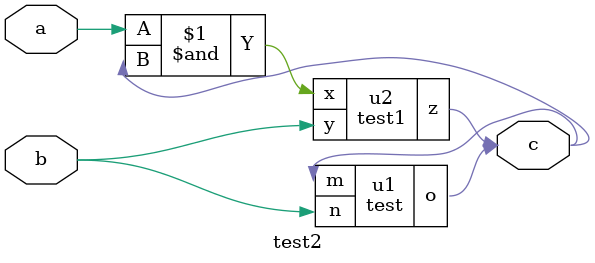
<source format=v>
module test( m, n, o );
 input m, n;
 output o;
 assign o = m & n;
endmodule
module test1( x, y, z );
 input x, y;
 output z;
 assign z = x | y;
endmodule
module test2( a, b, c );
 input a, b;
 output c;
 test u1( c, b, c ); //here signal connected to output "c" goes into
               //input "a" of test1 again.
 //or something like following
 test1 u2( a&c, b, c);
endmodule


</source>
